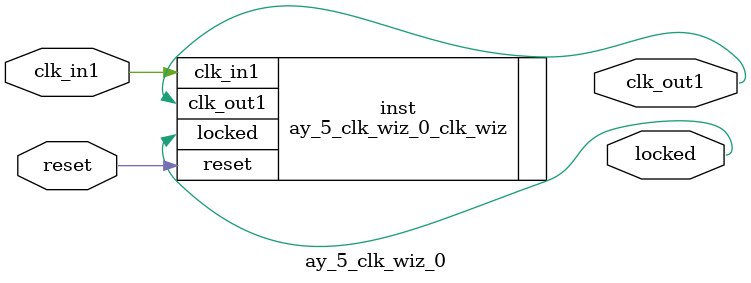
<source format=v>


`timescale 1ps/1ps

(* CORE_GENERATION_INFO = "ay_5_clk_wiz_0,clk_wiz_v6_0_5_0_0,{component_name=ay_5_clk_wiz_0,use_phase_alignment=true,use_min_o_jitter=false,use_max_i_jitter=false,use_dyn_phase_shift=false,use_inclk_switchover=false,use_dyn_reconfig=false,enable_axi=0,feedback_source=FDBK_AUTO,PRIMITIVE=MMCM,num_out_clk=1,clkin1_period=10.000,clkin2_period=10.000,use_power_down=false,use_reset=true,use_locked=true,use_inclk_stopped=false,feedback_type=SINGLE,CLOCK_MGR_TYPE=NA,manual_override=false}" *)

module ay_5_clk_wiz_0 
 (
  // Clock out ports
  output        clk_out1,
  // Status and control signals
  input         reset,
  output        locked,
 // Clock in ports
  input         clk_in1
 );

  ay_5_clk_wiz_0_clk_wiz inst
  (
  // Clock out ports  
  .clk_out1(clk_out1),
  // Status and control signals               
  .reset(reset), 
  .locked(locked),
 // Clock in ports
  .clk_in1(clk_in1)
  );

endmodule

</source>
